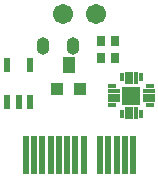
<source format=gbs>
%FSLAX25Y25*%
%MOIN*%
G70*
G01*
G75*
G04 Layer_Color=16711935*
%ADD10C,0.05118*%
%ADD11R,0.05906X0.02165*%
%ADD12R,0.02165X0.02559*%
%ADD13R,0.02559X0.02165*%
%ADD14R,0.02362X0.02756*%
%ADD15R,0.02756X0.02362*%
%ADD16C,0.00787*%
%ADD17C,0.01181*%
%ADD18C,0.01969*%
%ADD19R,0.00197X0.00630*%
%ADD20R,0.78740X0.00315*%
%ADD21C,0.05906*%
%ADD22O,0.03500X0.05000*%
%ADD23C,0.01969*%
%ADD24R,0.01378X0.11811*%
%ADD25R,0.03600X0.03600*%
%ADD26R,0.03600X0.05000*%
%ADD27R,0.01575X0.03937*%
%ADD28R,0.05118X0.05118*%
%ADD29R,0.00787X0.02362*%
%ADD30R,0.00787X0.03150*%
%ADD31R,0.02362X0.00787*%
%ADD32R,0.03150X0.00787*%
%ADD33C,0.00500*%
%ADD34C,0.00591*%
%ADD35C,0.00394*%
%ADD36C,0.05918*%
%ADD37R,0.06706X0.02965*%
%ADD38R,0.02965X0.03359*%
%ADD39R,0.03359X0.02965*%
%ADD40R,0.03162X0.03556*%
%ADD41R,0.03556X0.03162*%
%ADD42C,0.06706*%
%ADD43O,0.04300X0.05800*%
%ADD44R,0.02178X0.12611*%
%ADD45R,0.04400X0.04400*%
%ADD46R,0.04400X0.05800*%
%ADD47R,0.02375X0.04737*%
%ADD48R,0.05918X0.05918*%
%ADD49R,0.01587X0.03162*%
%ADD50R,0.01587X0.03950*%
%ADD51R,0.03162X0.01587*%
%ADD52R,0.03950X0.01587*%
D40*
X51322Y39600D02*
D03*
X46598D02*
D03*
X46588Y45180D02*
D03*
X51312D02*
D03*
D42*
X33788Y54160D02*
D03*
X44969D02*
D03*
D43*
X27330Y43460D02*
D03*
X37330D02*
D03*
D44*
X57292Y7283D02*
D03*
X54536D02*
D03*
X51781D02*
D03*
X49025D02*
D03*
X46269D02*
D03*
X40757D02*
D03*
X38001D02*
D03*
X35245D02*
D03*
X32489D02*
D03*
X29733D02*
D03*
X26977D02*
D03*
X24221D02*
D03*
X21466D02*
D03*
D45*
X32018Y29287D02*
D03*
X39518D02*
D03*
D46*
X35718Y37287D02*
D03*
D47*
X22800Y24988D02*
D03*
X15320D02*
D03*
X19060D02*
D03*
X15320Y37192D02*
D03*
X22800D02*
D03*
D48*
X56620Y27040D02*
D03*
D49*
X59770Y33339D02*
D03*
X53470D02*
D03*
Y20741D02*
D03*
X59770D02*
D03*
D50*
X58195Y32945D02*
D03*
X56620D02*
D03*
X55045D02*
D03*
Y21135D02*
D03*
X56620D02*
D03*
X58195D02*
D03*
D51*
X50321Y30190D02*
D03*
Y23890D02*
D03*
X62919D02*
D03*
Y30190D02*
D03*
D52*
X50714Y28615D02*
D03*
Y27040D02*
D03*
Y25465D02*
D03*
X62525D02*
D03*
Y27040D02*
D03*
Y28615D02*
D03*
M02*

</source>
